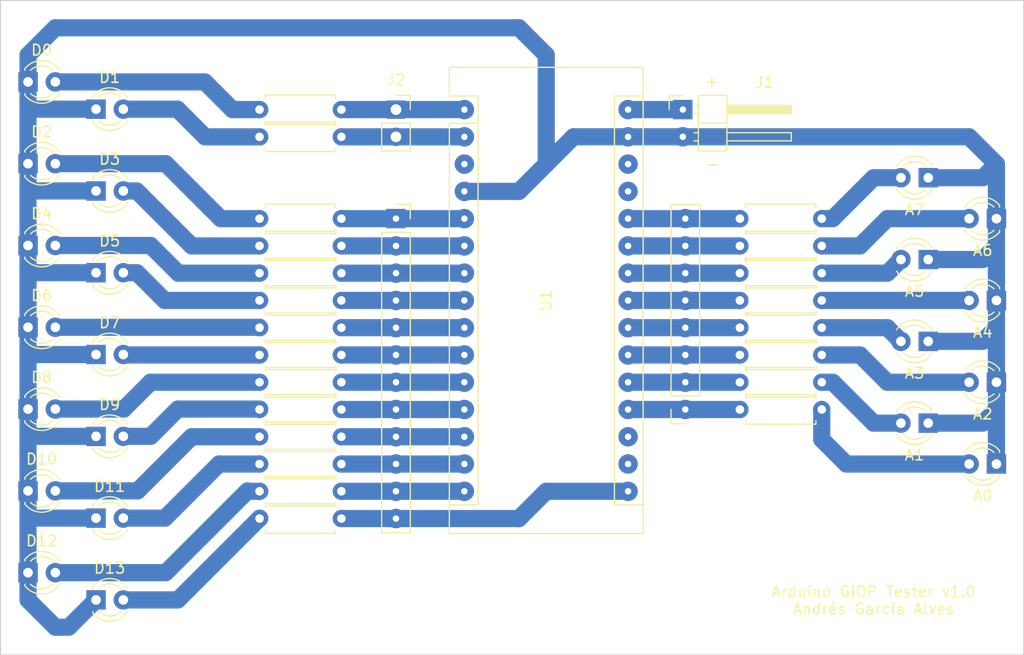
<source format=kicad_pcb>
(kicad_pcb (version 20211014) (generator pcbnew)
  (layers (0 "F.Cu" signal) (31 "B.Cu" signal) (34 "B.Paste" user) (35 "F.Paste" user) (36 "B.SilkS" user "B.Silkscreen") (37 "F.SilkS" user "F.Silkscreen") (38 "B.Mask" user) (39 "F.Mask" user) (44 "Edge.Cuts" user))
  (net 0 "")
  (net 1 "Net-(A0-Pad2)")
  (net 2 "Net-(A1-Pad2)")
  (net 3 "Net-(A2-Pad2)")
  (net 4 "GND")
  (net 5 "Net-(A3-Pad2)")
  (net 6 "Net-(A4-Pad2)")
  (net 7 "Net-(A5-Pad2)")
  (net 8 "Net-(A6-Pad2)")
  (net 9 "Net-(A7-Pad2)")
  (net 10 "Net-(D0-Pad2)")
  (net 11 "+5V")
  (net 12 "Net-(D1-Pad2)")
  (net 13 "Net-(D2-Pad2)")
  (net 14 "Net-(D3-Pad2)")
  (net 15 "Net-(D4-Pad2)")
  (net 16 "Net-(D5-Pad2)")
  (net 17 "Net-(D6-Pad2)")
  (net 18 "Net-(D7-Pad2)")
  (net 19 "Net-(D8-Pad2)")
  (net 20 "Net-(D9-Pad2)")
  (net 21 "Net-(D10-Pad2)")
  (net 22 "Net-(D11-Pad2)")
  (net 23 "Net-(D12-Pad2)")
  (net 24 "Net-(D13-Pad2)")
  (net 30 "Net-(J2-Pad1)")
  (net 31 "Net-(J3-Pad1)")
  (net 32 "Net-(J3-Pad2)")
  (net 33 "Net-(J3-Pad3)")
  (net 34 "Net-(J3-Pad4)")
  (net 35 "Net-(J3-Pad5)")
  (net 36 "Net-(J3-Pad6)")
  (net 37 "Net-(J3-Pad7)")
  (net 38 "Net-(J3-Pad8)")
  (net 39 "Net-(J3-Pad9)")
  (net 40 "Net-(J3-Pad10)")
  (net 41 "Net-(J3-Pad11)")
  (net 42 "Net-(J3-Pad12)")
  (net 43 "Net-(J4-Pad1)")
  (net 44 "Net-(J4-Pad2)")
  (net 45 "Net-(J4-Pad3)")
  (net 46 "Net-(J4-Pad4)")
  (net 47 "Net-(J4-Pad5)")
  (net 48 "Net-(J4-Pad6)")
  (net 49 "Net-(J4-Pad7)")
  (net 50 "Net-(J4-Pad8)")
  (net 51 "Net-(J2-Pad2)")
  (footprint "LED_THT:LED_D3.0mm" (layer "F.Cu") (at 58.44 119.34)
    (fp_text reference "D12" (at 1.27 -2.96) (layer "F.SilkS"))
    (fp_text value "LED" hide)
    (pad "1" thru_hole rect (at 0 0) (size 1.8 1.8) (drill 0.9) (layers *.Cu *.Mask) (net 4 "GND"))
    (pad "2" thru_hole circle (at 2.54 0) (size 1.8 1.8) (drill 0.9) (layers *.Cu *.Mask) (net 23 "Net-(D12-Pad2)"))
  )
  (footprint "Resistor_THT:R_Axial_DIN0207_L6.3mm_D2.5mm_P7.62mm_Horizontal" (layer "F.Cu") (at 87.61 101.6 180)
    (fp_text reference "R9" hide)
    (fp_text value "1K")
    (pad "1" thru_hole circle (at 0 0 180) (size 1.6 1.6) (drill 0.8) (layers *.Cu *.Mask) (net 37 "Net-(J3-Pad7)"))
    (pad "2" thru_hole oval (at 7.62 0 180) (size 1.6 1.6) (drill 0.8) (layers *.Cu *.Mask) (net 19 "Net-(D8-Pad2)"))
  )
  (footprint "Resistor_THT:R_Axial_DIN0207_L6.3mm_D2.5mm_P7.62mm_Horizontal" (layer "F.Cu") (at 124.7075 93.98)
    (fp_text reference "R19" hide)
    (fp_text value "1K")
    (pad "1" thru_hole circle (at 0 0) (size 1.6 1.6) (drill 0.8) (layers *.Cu *.Mask) (net 47 "Net-(J4-Pad5)"))
    (pad "2" thru_hole oval (at 7.62 0) (size 1.6 1.6) (drill 0.8) (layers *.Cu *.Mask) (net 6 "Net-(A4-Pad2)"))
  )
  (footprint "Resistor_THT:R_Axial_DIN0207_L6.3mm_D2.5mm_P7.62mm_Horizontal" (layer "F.Cu") (at 87.61 76.2 180)
    (fp_text reference "R1" hide)
    (fp_text value "1K")
    (pad "1" thru_hole circle (at 0 0 180) (size 1.6 1.6) (drill 0.8) (layers *.Cu *.Mask) (net 30 "Net-(J2-Pad1)"))
    (pad "2" thru_hole oval (at 7.62 0 180) (size 1.6 1.6) (drill 0.8) (layers *.Cu *.Mask) (net 10 "Net-(D0-Pad2)"))
  )
  (footprint "LED_THT:LED_D3.0mm" (layer "F.Cu") (at 58.44 96.48)
    (fp_text reference "D6" (at 1.27 -2.96) (layer "F.SilkS"))
    (fp_text value "LED" hide)
    (pad "1" thru_hole rect (at 0 0) (size 1.8 1.8) (drill 0.9) (layers *.Cu *.Mask) (net 4 "GND"))
    (pad "2" thru_hole circle (at 2.54 0) (size 1.8 1.8) (drill 0.9) (layers *.Cu *.Mask) (net 17 "Net-(D6-Pad2)"))
  )
  (footprint "Resistor_THT:R_Axial_DIN0207_L6.3mm_D2.5mm_P7.62mm_Horizontal" (layer "F.Cu") (at 87.61 99.06 180)
    (fp_text reference "R8" hide)
    (fp_text value "1K")
    (pad "1" thru_hole circle (at 0 0 180) (size 1.6 1.6) (drill 0.8) (layers *.Cu *.Mask) (net 36 "Net-(J3-Pad6)"))
    (pad "2" thru_hole oval (at 7.62 0 180) (size 1.6 1.6) (drill 0.8) (layers *.Cu *.Mask) (net 18 "Net-(D7-Pad2)"))
  )
  (footprint "Resistor_THT:R_Axial_DIN0207_L6.3mm_D2.5mm_P7.62mm_Horizontal" (layer "F.Cu") (at 87.61 86.36 180)
    (fp_text reference "R3" hide)
    (fp_text value "1K")
    (pad "1" thru_hole circle (at 0 0 180) (size 1.6 1.6) (drill 0.8) (layers *.Cu *.Mask) (net 31 "Net-(J3-Pad1)"))
    (pad "2" thru_hole oval (at 7.62 0 180) (size 1.6 1.6) (drill 0.8) (layers *.Cu *.Mask) (net 13 "Net-(D2-Pad2)"))
  )
  (footprint "LED_THT:LED_D3.0mm" (layer "F.Cu") (at 64.77 83.78)
    (fp_text reference "D3" (at 1.27 -2.96) (layer "F.SilkS"))
    (fp_text value "LED" hide)
    (pad "1" thru_hole rect (at 0 0) (size 1.8 1.8) (drill 0.9) (layers *.Cu *.Mask) (net 4 "GND"))
    (pad "2" thru_hole circle (at 2.54 0) (size 1.8 1.8) (drill 0.9) (layers *.Cu *.Mask) (net 14 "Net-(D3-Pad2)"))
  )
  (footprint "LED_THT:LED_D3.0mm" (layer "F.Cu") (at 64.77 99.02)
    (fp_text reference "D7" (at 1.27 -2.96) (layer "F.SilkS"))
    (fp_text value "LED" hide)
    (pad "1" thru_hole rect (at 0 0) (size 1.8 1.8) (drill 0.9) (layers *.Cu *.Mask) (net 4 "GND"))
    (pad "2" thru_hole circle (at 2.54 0) (size 1.8 1.8) (drill 0.9) (layers *.Cu *.Mask) (net 18 "Net-(D7-Pad2)"))
  )
  (footprint "Resistor_THT:R_Axial_DIN0207_L6.3mm_D2.5mm_P7.62mm_Horizontal" (layer "F.Cu") (at 87.61 78.74 180)
    (fp_text reference "R2" hide)
    (fp_text value "1K")
    (pad "1" thru_hole circle (at 0 0 180) (size 1.6 1.6) (drill 0.8) (layers *.Cu *.Mask) (net 51 "Net-(J2-Pad2)"))
    (pad "2" thru_hole oval (at 7.62 0 180) (size 1.6 1.6) (drill 0.8) (layers *.Cu *.Mask) (net 12 "Net-(D1-Pad2)"))
  )
  (footprint "Resistor_THT:R_Axial_DIN0207_L6.3mm_D2.5mm_P7.62mm_Horizontal" (layer "F.Cu") (at 87.61 111.76 180)
    (fp_text reference "R13" hide)
    (fp_text value "1K")
    (pad "1" thru_hole circle (at 0 0 180) (size 1.6 1.6) (drill 0.8) (layers *.Cu *.Mask) (net 41 "Net-(J3-Pad11)"))
    (pad "2" thru_hole oval (at 7.62 0 180) (size 1.6 1.6) (drill 0.8) (layers *.Cu *.Mask) (net 23 "Net-(D12-Pad2)"))
  )
  (footprint "LED_THT:LED_D3.0mm" (layer "F.Cu") (at 58.44 73.62)
    (fp_text reference "D0" (at 1.27 -2.96) (layer "F.SilkS"))
    (fp_text value "LED" hide)
    (pad "1" thru_hole rect (at 0 0) (size 1.8 1.8) (drill 0.9) (layers *.Cu *.Mask) (net 4 "GND"))
    (pad "2" thru_hole circle (at 2.54 0) (size 1.8 1.8) (drill 0.9) (layers *.Cu *.Mask) (net 10 "Net-(D0-Pad2)"))
  )
  (footprint "Resistor_THT:R_Axial_DIN0207_L6.3mm_D2.5mm_P7.62mm_Horizontal" (layer "F.Cu") (at 87.61 106.68 180)
    (fp_text reference "R11" hide)
    (fp_text value "1K")
    (pad "1" thru_hole circle (at 0 0 180) (size 1.6 1.6) (drill 0.8) (layers *.Cu *.Mask) (net 39 "Net-(J3-Pad9)"))
    (pad "2" thru_hole oval (at 7.62 0 180) (size 1.6 1.6) (drill 0.8) (layers *.Cu *.Mask) (net 21 "Net-(D10-Pad2)"))
  )
  (footprint "Connector_PinSocket_2.54mm:PinSocket_1x02_P2.54mm_Vertical" (layer "F.Cu") (at 92.69 76.2)
    (fp_text reference "J2" (at 0 -2.77) (layer "F.SilkS"))
    (fp_text value "Conn_01x02" hide)
    (pad "1" thru_hole rect (at 0 0) (size 1.7 1.7) (drill 1) (layers *.Cu *.Mask) (net 30 "Net-(J2-Pad1)"))
    (pad "2" thru_hole oval (at 0 2.54) (size 1.7 1.7) (drill 1) (layers *.Cu *.Mask) (net 51 "Net-(J2-Pad2)"))
  )
  (footprint "Resistor_THT:R_Axial_DIN0207_L6.3mm_D2.5mm_P7.62mm_Horizontal" (layer "F.Cu") (at 87.61 93.98 180)
    (fp_text reference "R6" hide)
    (fp_text value "1K")
    (pad "1" thru_hole circle (at 0 0 180) (size 1.6 1.6) (drill 0.8) (layers *.Cu *.Mask) (net 34 "Net-(J3-Pad4)"))
    (pad "2" thru_hole oval (at 7.62 0 180) (size 1.6 1.6) (drill 0.8) (layers *.Cu *.Mask) (net 16 "Net-(D5-Pad2)"))
  )
  (footprint "LED_THT:LED_D3.0mm" (layer "F.Cu") (at 64.77 106.64)
    (fp_text reference "D9" (at 1.27 -2.96) (layer "F.SilkS"))
    (fp_text value "LED" hide)
    (pad "1" thru_hole rect (at 0 0) (size 1.8 1.8) (drill 0.9) (layers *.Cu *.Mask) (net 4 "GND"))
    (pad "2" thru_hole circle (at 2.54 0) (size 1.8 1.8) (drill 0.9) (layers *.Cu *.Mask) (net 20 "Net-(D9-Pad2)"))
  )
  (footprint "Connector_PinSocket_2.54mm:PinSocket_1x12_P2.54mm_Vertical" (layer "F.Cu") (at 92.69 86.36)
    (fp_text reference "J3" hide)
    (fp_text value "Conn_01x12" hide)
    (pad "1" thru_hole rect (at 0 0) (size 1.8 1.8) (drill 0.6) (layers *.Cu *.Mask) (net 31 "Net-(J3-Pad1)"))
    (pad "2" thru_hole circle (at 0 2.54) (size 1.8 1.8) (drill 0.6) (layers *.Cu *.Mask) (net 32 "Net-(J3-Pad2)"))
    (pad "3" thru_hole circle (at 0 5.08) (size 1.8 1.8) (drill 0.6) (layers *.Cu *.Mask) (net 33 "Net-(J3-Pad3)"))
    (pad "4" thru_hole circle (at 0 7.62) (size 1.8 1.8) (drill 0.6) (layers *.Cu *.Mask) (net 34 "Net-(J3-Pad4)"))
    (pad "5" thru_hole circle (at 0 10.16) (size 1.8 1.8) (drill 0.6) (layers *.Cu *.Mask) (net 35 "Net-(J3-Pad5)"))
    (pad "6" thru_hole circle (at 0 12.7) (size 1.8 1.8) (drill 0.6) (layers *.Cu *.Mask) (net 36 "Net-(J3-Pad6)"))
    (pad "7" thru_hole circle (at 0 15.24) (size 1.8 1.8) (drill 0.6) (layers *.Cu *.Mask) (net 37 "Net-(J3-Pad7)"))
    (pad "8" thru_hole circle (at 0 17.78) (size 1.8 1.8) (drill 0.6) (layers *.Cu *.Mask) (net 38 "Net-(J3-Pad8)"))
    (pad "9" thru_hole circle (at 0 20.32) (size 1.8 1.8) (drill 0.6) (layers *.Cu *.Mask) (net 39 "Net-(J3-Pad9)"))
    (pad "10" thru_hole circle (at 0 22.86) (size 1.8 1.8) (drill 0.6) (layers *.Cu *.Mask) (net 40 "Net-(J3-Pad10)"))
    (pad "11" thru_hole circle (at 0 25.4) (size 1.8 1.8) (drill 0.6) (layers *.Cu *.Mask) (net 41 "Net-(J3-Pad11)"))
    (pad "12" thru_hole circle (at 0 27.94) (size 1.8 1.8) (drill 0.6) (layers *.Cu *.Mask) (net 42 "Net-(J3-Pad12)"))
  )
  (footprint "Module:Arduino_Nano" (layer "F.Cu") (at 99.06 76.2)
    (fp_text reference "U1" (at 7.62 17.78 90) (layer "F.SilkS"))
    (fp_text value "Arduino Nano v3" hide)
    (pad "1" thru_hole circle (at 0 0) (size 1.8 1.8) (drill 0.6) (layers *.Cu *.Mask) (net 30 "Net-(J2-Pad1)"))
    (pad "2" thru_hole circle (at 0 2.54) (size 1.8 1.8) (drill 0.6) (layers *.Cu *.Mask) (net 51 "Net-(J2-Pad2)"))
    (pad "3" thru_hole circle (at 0 5.08) (size 1.8 1.8) (drill 0.6) (layers *.Cu *.Mask))
    (pad "4" thru_hole circle (at 0 7.62) (size 1.8 1.8) (drill 0.6) (layers *.Cu *.Mask) (net 4 "GND"))
    (pad "5" thru_hole circle (at 0 10.16) (size 1.8 1.8) (drill 0.6) (layers *.Cu *.Mask) (net 31 "Net-(J3-Pad1)"))
    (pad "6" thru_hole circle (at 0 12.7) (size 1.8 1.8) (drill 0.6) (layers *.Cu *.Mask) (net 32 "Net-(J3-Pad2)"))
    (pad "7" thru_hole circle (at 0 15.24) (size 1.8 1.8) (drill 0.6) (layers *.Cu *.Mask) (net 33 "Net-(J3-Pad3)"))
    (pad "8" thru_hole circle (at 0 17.78) (size 1.8 1.8) (drill 0.6) (layers *.Cu *.Mask) (net 34 "Net-(J3-Pad4)"))
    (pad "9" thru_hole circle (at 0 20.32) (size 1.8 1.8) (drill 0.6) (layers *.Cu *.Mask) (net 35 "Net-(J3-Pad5)"))
    (pad "10" thru_hole circle (at 0 22.86) (size 1.8 1.8) (drill 0.6) (layers *.Cu *.Mask) (net 36 "Net-(J3-Pad6)"))
    (pad "11" thru_hole circle (at 0 25.4) (size 1.8 1.8) (drill 0.6) (layers *.Cu *.Mask) (net 37 "Net-(J3-Pad7)"))
    (pad "12" thru_hole circle (at 0 27.94) (size 1.8 1.8) (drill 0.6) (layers *.Cu *.Mask) (net 38 "Net-(J3-Pad8)"))
    (pad "13" thru_hole circle (at 0 30.48) (size 1.8 1.8) (drill 0.6) (layers *.Cu *.Mask) (net 39 "Net-(J3-Pad9)"))
    (pad "14" thru_hole circle (at 0 33.02) (size 1.8 1.8) (drill 0.6) (layers *.Cu *.Mask) (net 40 "Net-(J3-Pad10)"))
    (pad "15" thru_hole circle (at 0 35.56) (size 1.8 1.8) (drill 0.6) (layers *.Cu *.Mask) (net 41 "Net-(J3-Pad11)"))
    (pad "16" thru_hole circle (at 15.24 35.56) (size 1.8 1.8) (drill 0.6) (layers *.Cu *.Mask) (net 42 "Net-(J3-Pad12)"))
    (pad "17" thru_hole circle (at 15.24 33.02) (size 1.8 1.8) (drill 0.6) (layers *.Cu *.Mask))
    (pad "18" thru_hole circle (at 15.24 30.48) (size 1.8 1.8) (drill 0.6) (layers *.Cu *.Mask))
    (pad "19" thru_hole circle (at 15.24 27.94) (size 1.8 1.8) (drill 0.6) (layers *.Cu *.Mask) (net 43 "Net-(J4-Pad1)"))
    (pad "20" thru_hole circle (at 15.24 25.4) (size 1.8 1.8) (drill 0.6) (layers *.Cu *.Mask) (net 44 "Net-(J4-Pad2)"))
    (pad "21" thru_hole circle (at 15.24 22.86) (size 1.8 1.8) (drill 0.6) (layers *.Cu *.Mask) (net 45 "Net-(J4-Pad3)"))
    (pad "22" thru_hole circle (at 15.24 20.32) (size 1.8 1.8) (drill 0.6) (layers *.Cu *.Mask) (net 46 "Net-(J4-Pad4)"))
    (pad "23" thru_hole circle (at 15.24 17.78) (size 1.8 1.8) (drill 0.6) (layers *.Cu *.Mask) (net 47 "Net-(J4-Pad5)"))
    (pad "24" thru_hole circle (at 15.24 15.24) (size 1.8 1.8) (drill 0.6) (layers *.Cu *.Mask) (net 48 "Net-(J4-Pad6)"))
    (pad "25" thru_hole circle (at 15.24 12.7) (size 1.8 1.8) (drill 0.6) (layers *.Cu *.Mask) (net 49 "Net-(J4-Pad7)"))
    (pad "26" thru_hole circle (at 15.24 10.16) (size 1.8 1.8) (drill 0.6) (layers *.Cu *.Mask) (net 50 "Net-(J4-Pad8)"))
    (pad "27" thru_hole circle (at 15.24 7.62) (size 1.8 1.8) (drill 0.6) (layers *.Cu *.Mask))
    (pad "28" thru_hole circle (at 15.24 5.08) (size 1.8 1.8) (drill 0.6) (layers *.Cu *.Mask))
    (pad "29" thru_hole circle (at 15.24 2.54) (size 1.8 1.8) (drill 0.6) (layers *.Cu *.Mask) (net 4 "GND"))
    (pad "30" thru_hole circle (at 15.24 0) (size 1.8 1.8) (drill 0.6) (layers *.Cu *.Mask) (net 11 "+5V"))
  )
  (footprint "LED_THT:LED_D3.0mm" (layer "F.Cu") (at 142.24 105.41 180)
    (fp_text reference "A1" (at 1.27 -2.96 180) (layer "F.SilkS"))
    (fp_text value "LED" hide)
    (pad "1" thru_hole rect (at 0 0 180) (size 1.8 1.8) (drill 0.9) (layers *.Cu *.Mask) (net 4 "GND"))
    (pad "2" thru_hole circle (at 2.54 0 180) (size 1.8 1.8) (drill 0.9) (layers *.Cu *.Mask) (net 2 "Net-(A1-Pad2)"))
  )
  (footprint "LED_THT:LED_D3.0mm" (layer "F.Cu") (at 142.24 82.55 180)
    (fp_text reference "A7" (at 1.27 -2.96 180) (layer "F.SilkS"))
    (fp_text value "LED" hide)
    (pad "1" thru_hole rect (at 0 0 180) (size 1.8 1.8) (drill 0.9) (layers *.Cu *.Mask) (net 4 "GND"))
    (pad "2" thru_hole circle (at 2.54 0 180) (size 1.8 1.8) (drill 0.9) (layers *.Cu *.Mask) (net 9 "Net-(A7-Pad2)"))
  )
  (footprint "Resistor_THT:R_Axial_DIN0207_L6.3mm_D2.5mm_P7.62mm_Horizontal" (layer "F.Cu") (at 124.7075 96.52)
    (fp_text reference "R18" hide)
    (fp_text value "1K")
    (pad "1" thru_hole circle (at 0 0) (size 1.6 1.6) (drill 0.8) (layers *.Cu *.Mask) (net 46 "Net-(J4-Pad4)"))
    (pad "2" thru_hole oval (at 7.62 0) (size 1.6 1.6) (drill 0.8) (layers *.Cu *.Mask) (net 5 "Net-(A3-Pad2)"))
  )
  (footprint "Resistor_THT:R_Axial_DIN0207_L6.3mm_D2.5mm_P7.62mm_Horizontal" (layer "F.Cu") (at 124.7075 91.44)
    (fp_text reference "R20" hide)
    (fp_text value "1K")
    (pad "1" thru_hole circle (at 0 0) (size 1.6 1.6) (drill 0.8) (layers *.Cu *.Mask) (net 48 "Net-(J4-Pad6)"))
    (pad "2" thru_hole oval (at 7.62 0) (size 1.6 1.6) (drill 0.8) (layers *.Cu *.Mask) (net 7 "Net-(A5-Pad2)"))
  )
  (footprint "Resistor_THT:R_Axial_DIN0207_L6.3mm_D2.5mm_P7.62mm_Horizontal" (layer "F.Cu") (at 87.61 91.44 180)
    (fp_text reference "R5" hide)
    (fp_text value "1K")
    (pad "1" thru_hole circle (at 0 0 180) (size 1.6 1.6) (drill 0.8) (layers *.Cu *.Mask) (net 33 "Net-(J3-Pad3)"))
    (pad "2" thru_hole oval (at 7.62 0 180) (size 1.6 1.6) (drill 0.8) (layers *.Cu *.Mask) (net 15 "Net-(D4-Pad2)"))
  )
  (footprint "Resistor_THT:R_Axial_DIN0207_L6.3mm_D2.5mm_P7.62mm_Horizontal" (layer "F.Cu") (at 87.61 88.9 180)
    (fp_text reference "R4" hide)
    (fp_text value "1K")
    (pad "1" thru_hole circle (at 0 0 180) (size 1.6 1.6) (drill 0.8) (layers *.Cu *.Mask) (net 32 "Net-(J3-Pad2)"))
    (pad "2" thru_hole oval (at 7.62 0 180) (size 1.6 1.6) (drill 0.8) (layers *.Cu *.Mask) (net 14 "Net-(D3-Pad2)"))
  )
  (footprint "Resistor_THT:R_Axial_DIN0207_L6.3mm_D2.5mm_P7.62mm_Horizontal" (layer "F.Cu") (at 124.7075 101.6)
    (fp_text reference "R16" hide)
    (fp_text value "1K")
    (pad "1" thru_hole circle (at 0 0) (size 1.6 1.6) (drill 0.8) (layers *.Cu *.Mask) (net 44 "Net-(J4-Pad2)"))
    (pad "2" thru_hole oval (at 7.62 0) (size 1.6 1.6) (drill 0.8) (layers *.Cu *.Mask) (net 2 "Net-(A1-Pad2)"))
  )
  (footprint "LED_THT:LED_D3.0mm" (layer "F.Cu") (at 148.59 109.22 180)
    (fp_text reference "A0" (at 1.27 -2.96 180) (layer "F.SilkS"))
    (fp_text value "LED" hide)
    (pad "1" thru_hole rect (at 0 0 180) (size 1.8 1.8) (drill 0.9) (layers *.Cu *.Mask) (net 4 "GND"))
    (pad "2" thru_hole circle (at 2.54 0 180) (size 1.8 1.8) (drill 0.9) (layers *.Cu *.Mask) (net 1 "Net-(A0-Pad2)"))
  )
  (footprint "Resistor_THT:R_Axial_DIN0207_L6.3mm_D2.5mm_P7.62mm_Horizontal" (layer "F.Cu") (at 124.7075 88.9)
    (fp_text reference "R21" hide)
    (fp_text value "1K")
    (pad "1" thru_hole circle (at 0 0) (size 1.6 1.6) (drill 0.8) (layers *.Cu *.Mask) (net 49 "Net-(J4-Pad7)"))
    (pad "2" thru_hole oval (at 7.62 0) (size 1.6 1.6) (drill 0.8) (layers *.Cu *.Mask) (net 8 "Net-(A6-Pad2)"))
  )
  (footprint "Connector_PinSocket_2.54mm:PinSocket_1x08_P2.54mm_Vertical" (layer "F.Cu") (at 119.6275 104.14 180)
    (fp_text reference "J4" hide)
    (fp_text value "Conn_01x08" hide)
    (pad "1" thru_hole circle (at 0 0 180) (size 1.8 1.8) (drill 0.6) (layers *.Cu *.Mask) (net 43 "Net-(J4-Pad1)"))
    (pad "2" thru_hole circle (at 0 2.54 180) (size 1.8 1.8) (drill 0.6) (layers *.Cu *.Mask) (net 44 "Net-(J4-Pad2)"))
    (pad "3" thru_hole circle (at 0 5.08 180) (size 1.8 1.8) (drill 0.6) (layers *.Cu *.Mask) (net 45 "Net-(J4-Pad3)"))
    (pad "4" thru_hole circle (at 0 7.62 180) (size 1.8 1.8) (drill 0.6) (layers *.Cu *.Mask) (net 46 "Net-(J4-Pad4)"))
    (pad "5" thru_hole circle (at 0 10.16 180) (size 1.8 1.8) (drill 0.6) (layers *.Cu *.Mask) (net 47 "Net-(J4-Pad5)"))
    (pad "6" thru_hole circle (at 0 12.7 180) (size 1.8 1.8) (drill 0.6) (layers *.Cu *.Mask) (net 48 "Net-(J4-Pad6)"))
    (pad "7" thru_hole circle (at 0 15.24 180) (size 1.8 1.8) (drill 0.6) (layers *.Cu *.Mask) (net 49 "Net-(J4-Pad7)"))
    (pad "8" thru_hole circle (at 0 17.78 180) (size 1.8 1.8) (drill 0.6) (layers *.Cu *.Mask) (net 50 "Net-(J4-Pad8)"))
  )
  (footprint "LED_THT:LED_D3.0mm" (layer "F.Cu") (at 64.77 91.4)
    (fp_text reference "D5" (at 1.27 -2.96) (layer "F.SilkS"))
    (fp_text value "LED" hide)
    (pad "1" thru_hole rect (at 0 0) (size 1.8 1.8) (drill 0.9) (layers *.Cu *.Mask) (net 4 "GND"))
    (pad "2" thru_hole circle (at 2.54 0) (size 1.8 1.8) (drill 0.9) (layers *.Cu *.Mask) (net 16 "Net-(D5-Pad2)"))
  )
  (footprint "Connector_PinHeader_2.54mm:PinHeader_1x02_P2.54mm_Horizontal" (layer "F.Cu") (at 119.3975 76.195)
    (fp_text reference "J1" (at 7.6025 -2.535 180) (layer "F.SilkS"))
    (fp_text value "POWER" hide)
    (pad "1" thru_hole rect (at 0 0) (size 1.8 1.8) (drill 0.6) (layers *.Cu *.Mask) (net 11 "+5V"))
    (pad "2" thru_hole circle (at 0 2.54) (size 1.8 1.8) (drill 0.6) (layers *.Cu *.Mask) (net 4 "GND"))
  )
  (footprint "LED_THT:LED_D3.0mm" (layer "F.Cu") (at 64.77 121.88)
    (fp_text reference "D13" (at 1.27 -2.96) (layer "F.SilkS"))
    (fp_text value "LED" hide)
    (pad "1" thru_hole rect (at 0 0) (size 1.8 1.8) (drill 0.9) (layers *.Cu *.Mask) (net 4 "GND"))
    (pad "2" thru_hole circle (at 2.54 0) (size 1.8 1.8) (drill 0.9) (layers *.Cu *.Mask) (net 24 "Net-(D13-Pad2)"))
  )
  (footprint "Resistor_THT:R_Axial_DIN0207_L6.3mm_D2.5mm_P7.62mm_Horizontal" (layer "F.Cu") (at 124.7075 86.36)
    (fp_text reference "R22" hide)
    (fp_text value "1K")
    (pad "1" thru_hole circle (at 0 0) (size 1.6 1.6) (drill 0.8) (layers *.Cu *.Mask) (net 50 "Net-(J4-Pad8)"))
    (pad "2" thru_hole oval (at 7.62 0) (size 1.6 1.6) (drill 0.8) (layers *.Cu *.Mask) (net 9 "Net-(A7-Pad2)"))
  )
  (footprint "Resistor_THT:R_Axial_DIN0207_L6.3mm_D2.5mm_P7.62mm_Horizontal" (layer "F.Cu") (at 87.61 96.52 180)
    (fp_text reference "R7" hide)
    (fp_text value "1K")
    (pad "1" thru_hole circle (at 0 0 180) (size 1.6 1.6) (drill 0.8) (layers *.Cu *.Mask) (net 35 "Net-(J3-Pad5)"))
    (pad "2" thru_hole oval (at 7.62 0 180) (size 1.6 1.6) (drill 0.8) (layers *.Cu *.Mask) (net 17 "Net-(D6-Pad2)"))
  )
  (footprint "LED_THT:LED_D3.0mm" (layer "F.Cu") (at 58.44 104.1)
    (fp_text reference "D8" (at 1.27 -2.96) (layer "F.SilkS"))
    (fp_text value "LED" hide)
    (pad "1" thru_hole rect (at 0 0) (size 1.8 1.8) (drill 0.9) (layers *.Cu *.Mask) (net 4 "GND"))
    (pad "2" thru_hole circle (at 2.54 0) (size 1.8 1.8) (drill 0.9) (layers *.Cu *.Mask) (net 19 "Net-(D8-Pad2)"))
  )
  (footprint "LED_THT:LED_D3.0mm" (layer "F.Cu") (at 148.59 86.36 180)
    (fp_text reference "A6" (at 1.27 -2.96 180) (layer "F.SilkS"))
    (fp_text value "LED" hide)
    (pad "1" thru_hole rect (at 0 0 180) (size 1.8 1.8) (drill 0.9) (layers *.Cu *.Mask) (net 4 "GND"))
    (pad "2" thru_hole circle (at 2.54 0 180) (size 1.8 1.8) (drill 0.9) (layers *.Cu *.Mask) (net 8 "Net-(A6-Pad2)"))
  )
  (footprint "LED_THT:LED_D3.0mm" (layer "F.Cu") (at 58.44 81.24)
    (fp_text reference "D2" (at 1.27 -2.96) (layer "F.SilkS"))
    (fp_text value "LED" hide)
    (pad "1" thru_hole rect (at 0 0) (size 1.8 1.8) (drill 0.9) (layers *.Cu *.Mask) (net 4 "GND"))
    (pad "2" thru_hole circle (at 2.54 0) (size 1.8 1.8) (drill 0.9) (layers *.Cu *.Mask) (net 13 "Net-(D2-Pad2)"))
  )
  (footprint "LED_THT:LED_D3.0mm" (layer "F.Cu") (at 58.44 88.86)
    (fp_text reference "D4" (at 1.27 -2.96) (layer "F.SilkS"))
    (fp_text value "LED" hide)
    (pad "1" thru_hole rect (at 0 0) (size 1.8 1.8) (drill 0.9) (layers *.Cu *.Mask) (net 4 "GND"))
    (pad "2" thru_hole circle (at 2.54 0) (size 1.8 1.8) (drill 0.9) (layers *.Cu *.Mask) (net 15 "Net-(D4-Pad2)"))
  )
  (footprint "Resistor_THT:R_Axial_DIN0207_L6.3mm_D2.5mm_P7.62mm_Horizontal" (layer "F.Cu") (at 87.61 109.22 180)
    (fp_text reference "R12" hide)
    (fp_text value "1K")
    (pad "1" thru_hole circle (at 0 0 180) (size 1.6 1.6) (drill 0.8) (layers *.Cu *.Mask) (net 40 "Net-(J3-Pad10)"))
    (pad "2" thru_hole oval (at 7.62 0 180) (size 1.6 1.6) (drill 0.8) (layers *.Cu *.Mask) (net 22 "Net-(D11-Pad2)"))
  )
  (footprint "Resistor_THT:R_Axial_DIN0207_L6.3mm_D2.5mm_P7.62mm_Horizontal" (layer "F.Cu") (at 87.61 104.14 180)
    (fp_text reference "R10" hide)
    (fp_text value "1K")
    (pad "1" thru_hole circle (at 0 0 180) (size 1.6 1.6) (drill 0.8) (layers *.Cu *.Mask) (net 38 "Net-(J3-Pad8)"))
    (pad "2" thru_hole oval (at 7.62 0 180) (size 1.6 1.6) (drill 0.8) (layers *.Cu *.Mask) (net 20 "Net-(D9-Pad2)"))
  )
  (footprint "Resistor_THT:R_Axial_DIN0207_L6.3mm_D2.5mm_P7.62mm_Horizontal" (layer "F.Cu") (at 87.61 114.3 180)
    (fp_text reference "R14" hide)
    (fp_text value "1K")
    (pad "1" thru_hole circle (at 0 0 180) (size 1.6 1.6) (drill 0.8) (layers *.Cu *.Mask) (net 42 "Net-(J3-Pad12)"))
    (pad "2" thru_hole oval (at 7.62 0 180) (size 1.6 1.6) (drill 0.8) (layers *.Cu *.Mask) (net 24 "Net-(D13-Pad2)"))
  )
  (footprint "LED_THT:LED_D3.0mm" (layer "F.Cu") (at 58.44 111.72)
    (fp_text reference "D10" (at 1.27 -2.96) (layer "F.SilkS"))
    (fp_text value "LED" hide)
    (pad "1" thru_hole rect (at 0 0) (size 1.8 1.8) (drill 0.9) (layers *.Cu *.Mask) (net 4 "GND"))
    (pad "2" thru_hole circle (at 2.54 0) (size 1.8 1.8) (drill 0.9) (layers *.Cu *.Mask) (net 21 "Net-(D10-Pad2)"))
  )
  (footprint "LED_THT:LED_D3.0mm" (layer "F.Cu") (at 148.59 93.98 180)
    (fp_text reference "A4" (at 1.27 -2.96 180) (layer "F.SilkS"))
    (fp_text value "LED" hide)
    (pad "1" thru_hole rect (at 0 0 180) (size 1.8 1.8) (drill 0.9) (layers *.Cu *.Mask) (net 4 "GND"))
    (pad "2" thru_hole circle (at 2.54 0 180) (size 1.8 1.8) (drill 0.9) (layers *.Cu *.Mask) (net 6 "Net-(A4-Pad2)"))
  )
  (footprint "LED_THT:LED_D3.0mm" (layer "F.Cu") (at 64.77 76.16)
    (fp_text reference "D1" (at 1.27 -2.96) (layer "F.SilkS"))
    (fp_text value "LED" hide)
    (pad "1" thru_hole rect (at 0 0) (size 1.8 1.8) (drill 0.9) (layers *.Cu *.Mask) (net 4 "GND"))
    (pad "2" thru_hole circle (at 2.54 0) (size 1.8 1.8) (drill 0.9) (layers *.Cu *.Mask) (net 12 "Net-(D1-Pad2)"))
  )
  (footprint "Resistor_THT:R_Axial_DIN0207_L6.3mm_D2.5mm_P7.62mm_Horizontal" (layer "F.Cu") (at 124.7075 104.14)
    (fp_text reference "R15" hide)
    (fp_text value "1K")
    (pad "1" thru_hole circle (at 0 0) (size 1.6 1.6) (drill 0.8) (layers *.Cu *.Mask) (net 43 "Net-(J4-Pad1)"))
    (pad "2" thru_hole oval (at 7.62 0) (size 1.6 1.6) (drill 0.8) (layers *.Cu *.Mask) (net 1 "Net-(A0-Pad2)"))
  )
  (footprint "LED_THT:LED_D3.0mm" (layer "F.Cu") (at 142.24 97.79 180)
    (fp_text reference "A3" (at 1.27 -2.96 180) (layer "F.SilkS"))
    (fp_text value "LED" hide)
    (pad "1" thru_hole rect (at 0 0 180) (size 1.8 1.8) (drill 0.9) (layers *.Cu *.Mask) (net 4 "GND"))
    (pad "2" thru_hole circle (at 2.54 0 180) (size 1.8 1.8) (drill 0.9) (layers *.Cu *.Mask) (net 5 "Net-(A3-Pad2)"))
  )
  (footprint "LED_THT:LED_D3.0mm" (layer "F.Cu") (at 148.59 101.6 180)
    (fp_text reference "A2" (at 1.27 -2.96 180) (layer "F.SilkS"))
    (fp_text value "LED" hide)
    (pad "1" thru_hole rect (at 0 0 180) (size 1.8 1.8) (drill 0.9) (layers *.Cu *.Mask) (net 4 "GND"))
    (pad "2" thru_hole circle (at 2.54 0 180) (size 1.8 1.8) (drill 0.9) (layers *.Cu *.Mask) (net 3 "Net-(A2-Pad2)"))
  )
  (footprint "LED_THT:LED_D3.0mm" (layer "F.Cu") (at 64.77 114.26)
    (fp_text reference "D11" (at 1.27 -2.96) (layer "F.SilkS"))
    (fp_text value "LED" hide)
    (pad "1" thru_hole rect (at 0 0) (size 1.8 1.8) (drill 0.9) (layers *.Cu *.Mask) (net 4 "GND"))
    (pad "2" thru_hole circle (at 2.54 0) (size 1.8 1.8) (drill 0.9) (layers *.Cu *.Mask) (net 22 "Net-(D11-Pad2)"))
  )
  (footprint "Resistor_THT:R_Axial_DIN0207_L6.3mm_D2.5mm_P7.62mm_Horizontal" (layer "F.Cu") (at 124.7075 99.06)
    (fp_text reference "R17" hide)
    (fp_text value "1K")
    (pad "1" thru_hole circle (at 0 0) (size 1.6 1.6) (drill 0.8) (layers *.Cu *.Mask) (net 45 "Net-(J4-Pad3)"))
    (pad "2" thru_hole oval (at 7.62 0) (size 1.6 1.6) (drill 0.8) (layers *.Cu *.Mask) (net 3 "Net-(A2-Pad2)"))
  )
  (footprint "LED_THT:LED_D3.0mm" (layer "F.Cu") (at 142.24 90.17 180)
    (fp_text reference "A5" (at 1.27 -2.96 180) (layer "F.SilkS"))
    (fp_text value "LED" hide)
    (pad "1" thru_hole rect (at 0 0 180) (size 1.8 1.8) (drill 0.9) (layers *.Cu *.Mask) (net 4 "GND"))
    (pad "2" thru_hole circle (at 2.54 0 180) (size 1.8 1.8) (drill 0.9) (layers *.Cu *.Mask) (net 7 "Net-(A5-Pad2)"))
  )
  (gr_line (start 55.88 66.04) (end 151.13 66.04) (layer "Edge.Cuts") (width 0.1))
  (gr_line (start 55.88 127) (end 55.88 66.04) (layer "Edge.Cuts") (width 0.1))
  (gr_line (start 151.13 127) (end 55.88 127) (layer "Edge.Cuts") (width 0.1))
  (gr_line (start 151.13 66.04) (end 151.13 127) (layer "Edge.Cuts") (width 0.1))
  (gr_text "-" (at 122.1675 81.28) (layer "F.SilkS") (effects (font (size 1 1))))
  (gr_text "Arduino GIOP Tester v1.0\nAndrés Garcia Alves" (at 137.16 121.92) (layer "F.SilkS") (effects (font (size 1 1))))
  (gr_text "+" (at 122.1675 73.66 270) (layer "F.SilkS") (effects (font (size 1 1))))
  (segment (start 132.3275 104.14) (end 132.3275 106.9275) (width 1.6) (layer "B.Cu") (net 1))
  (segment (start 134.62 109.22) (end 146.05 109.22) (width 1.6) (layer "B.Cu") (net 1))
  (segment (start 132.3275 106.9275) (end 134.62 109.22) (width 1.6) (layer "B.Cu") (net 1))
  (segment (start 132.3275 101.6) (end 133.35 101.6) (width 1.6) (layer "B.Cu") (net 2))
  (segment (start 133.35 101.6) (end 137.16 105.41) (width 1.6) (layer "B.Cu") (net 2))
  (segment (start 137.16 105.41) (end 139.7 105.41) (width 1.6) (layer "B.Cu") (net 2))
  (segment (start 132.3275 99.06) (end 135.89 99.06) (width 1.6) (layer "B.Cu") (net 3))
  (segment (start 135.89 99.06) (end 138.43 101.6) (width 1.6) (layer "B.Cu") (net 3))
  (segment (start 138.43 101.6) (end 146.05 101.6) (width 1.6) (layer "B.Cu") (net 3))
  (segment (start 148.59 106.68) (end 148.59 109.22) (width 1.6) (layer "B.Cu") (net 4))
  (segment (start 58.44 99.02) (end 58.44 91.4) (width 1.6) (layer "B.Cu") (net 4))
  (segment (start 60.98 124.42) (end 58.44 121.88) (width 1.6) (layer "B.Cu") (net 4))
  (segment (start 147.32 97.79) (end 142.24 97.79) (width 1.6) (layer "B.Cu") (net 4))
  (segment (start 60.98 124.42) (end 62.23 124.42) (width 1.6) (layer "B.Cu") (net 4))
  (segment (start 148.59 104.14) (end 148.59 106.68) (width 1.6) (layer "B.Cu") (net 4))
  (segment (start 148.59 91.44) (end 148.59 88.9) (width 1.6) (layer "B.Cu") (net 4))
  (segment (start 119.3925 78.74) (end 119.3975 78.735) (width 1.6) (layer "B.Cu") (net 4))
  (segment (start 147.32 82.55) (end 142.24 82.55) (width 1.6) (layer "B.Cu") (net 4))
  (segment (start 148.59 99.06) (end 148.59 104.14) (width 1.6) (layer "B.Cu") (net 4))
  (segment (start 58.44 99.02) (end 64.77 99.02) (width 1.6) (layer "B.Cu") (net 4))
  (segment (start 62.23 124.42) (end 64.77 121.88) (width 1.6) (layer "B.Cu") (net 4))
  (segment (start 58.44 91.4) (end 64.77 91.4) (width 1.6) (layer "B.Cu") (net 4))
  (segment (start 58.44 91.4) (end 58.44 83.78) (width 1.6) (layer "B.Cu") (net 4))
  (segment (start 58.44 73.62) (end 58.44 71.12) (width 1.6) (layer "B.Cu") (net 4))
  (segment (start 58.44 119.34) (end 58.44 114.26) (width 1.6) (layer "B.Cu") (net 4))
  (segment (start 58.44 83.78) (end 64.77 83.78) (width 1.6) (layer "B.Cu") (net 4))
  (segment (start 58.44 106.64) (end 58.44 99.02) (width 1.6) (layer "B.Cu") (net 4))
  (segment (start 58.44 71.12) (end 60.98 68.58) (width 1.6) (layer "B.Cu") (net 4))
  (segment (start 60.98 68.58) (end 104.14 68.58) (width 1.6) (layer "B.Cu") (net 4))
  (segment (start 109.225 78.735) (end 106.68 81.28) (width 1.6) (layer "B.Cu") (net 4))
  (segment (start 58.44 83.78) (end 58.44 76.16) (width 1.6) (layer "B.Cu") (net 4))
  (segment (start 148.59 81.28) (end 147.32 82.55) (width 1.6) (layer "B.Cu") (net 4))
  (segment (start 148.59 96.52) (end 148.59 99.06) (width 1.6) (layer "B.Cu") (net 4))
  (segment (start 148.59 88.9) (end 147.32 90.17) (width 1.6) (layer "B.Cu") (net 4))
  (segment (start 148.59 104.14) (end 147.32 105.41) (width 1.6) (layer "B.Cu") (net 4))
  (segment (start 109.225 78.735) (end 146.045 78.735) (width 1.6) (layer "B.Cu") (net 4))
  (segment (start 104.14 83.82) (end 106.68 81.28) (width 1.6) (layer "B.Cu") (net 4))
  (segment (start 148.59 83.82) (end 148.59 81.28) (width 1.6) (layer "B.Cu") (net 4))
  (segment (start 104.14 68.58) (end 106.68 71.12) (width 1.6) (layer "B.Cu") (net 4))
  (segment (start 147.32 105.41) (end 142.24 105.41) (width 1.6) (layer "B.Cu") (net 4))
  (segment (start 58.44 114.26) (end 64.77 114.26) (width 1.6) (layer "B.Cu") (net 4))
  (segment (start 58.44 114.26) (end 58.44 106.64) (width 1.6) (layer "B.Cu") (net 4))
  (segment (start 148.59 96.52) (end 147.32 97.79) (width 1.6) (layer "B.Cu") (net 4))
  (segment (start 147.32 90.17) (end 142.24 90.17) (width 1.6) (layer "B.Cu") (net 4))
  (segment (start 148.59 81.28) (end 146.045 78.735) (width 1.6) (layer "B.Cu") (net 4))
  (segment (start 58.44 121.88) (end 58.44 119.34) (width 1.6) (layer "B.Cu") (net 4))
  (segment (start 148.59 91.44) (end 148.59 96.52) (width 1.6) (layer "B.Cu") (net 4))
  (segment (start 99.06 83.82) (end 104.14 83.82) (width 1.6) (layer "B.Cu") (net 4))
  (segment (start 58.44 106.64) (end 64.77 106.64) (width 1.6) (layer "B.Cu") (net 4))
  (segment (start 148.59 88.9) (end 148.59 83.82) (width 1.6) (layer "B.Cu") (net 4))
  (segment (start 106.68 71.12) (end 106.68 81.28) (width 1.6) (layer "B.Cu") (net 4))
  (segment (start 58.44 76.16) (end 64.77 76.16) (width 1.6) (layer "B.Cu") (net 4))
  (segment (start 58.44 76.16) (end 58.44 73.62) (width 1.6) (layer "B.Cu") (net 4))
  (segment (start 132.3275 96.52) (end 138.43 96.52) (width 1.6) (layer "B.Cu") (net 5))
  (segment (start 138.43 96.52) (end 139.7 97.79) (width 1.6) (layer "B.Cu") (net 5))
  (segment (start 132.3275 93.98) (end 146.05 93.98) (width 1.6) (layer "B.Cu") (net 6))
  (segment (start 138.43 91.44) (end 139.7 90.17) (width 1.6) (layer "B.Cu") (net 7))
  (segment (start 132.3275 91.44) (end 138.43 91.44) (width 1.6) (layer "B.Cu") (net 7))
  (segment (start 132.3275 88.9) (end 135.89 88.9) (width 1.6) (layer "B.Cu") (net 8))
  (segment (start 135.89 88.9) (end 138.43 86.36) (width 1.6) (layer "B.Cu") (net 8))
  (segment (start 138.43 86.36) (end 146.05 86.36) (width 1.6) (layer "B.Cu") (net 8))
  (segment (start 137.16 82.55) (end 139.7 82.55) (width 1.6) (layer "B.Cu") (net 9))
  (segment (start 133.35 86.36) (end 137.16 82.55) (width 1.6) (layer "B.Cu") (net 9))
  (segment (start 132.3275 86.36) (end 133.35 86.36) (width 1.6) (layer "B.Cu") (net 9))
  (segment (start 60.98 73.62) (end 74.89 73.62) (width 1.6) (layer "B.Cu") (net 10))
  (segment (start 74.89 73.62) (end 77.47 76.2) (width 1.6) (layer "B.Cu") (net 10))
  (segment (start 77.47 76.2) (end 80.01 76.2) (width 1.6) (layer "B.Cu") (net 10))
  (segment (start 114.3 76.2) (end 119.3925 76.2) (width 1.6) (layer "B.Cu") (net 11))
  (segment (start 119.3925 76.2) (end 119.3975 76.195) (width 1.6) (layer "B.Cu") (net 11))
  (segment (start 67.31 76.16) (end 72.35 76.16) (width 1.6) (layer "B.Cu") (net 12))
  (segment (start 74.93 78.74) (end 80.01 78.74) (width 1.6) (layer "B.Cu") (net 12))
  (segment (start 72.35 76.16) (end 74.93 78.74) (width 1.6) (layer "B.Cu") (net 12))
  (segment (start 76.37863 86.36) (end 71.25863 81.24) (width 1.6) (layer "B.Cu") (net 13))
  (segment (start 60.98 81.24) (end 71.25863 81.24) (width 1.6) (layer "B.Cu") (net 13))
  (segment (start 80.01 86.36) (end 76.37863 86.36) (width 1.6) (layer "B.Cu") (net 13))
  (segment (start 68.56 83.78) (end 73.68 88.9) (width 1.6) (layer "B.Cu") (net 14))
  (segment (start 73.68 88.9) (end 80.01 88.9) (width 1.6) (layer "B.Cu") (net 14))
  (segment (start 67.31 83.78) (end 68.56 83.78) (width 1.6) (layer "B.Cu") (net 14))
  (segment (start 80.01 91.44) (end 72.43 91.44) (width 1.6) (layer "B.Cu") (net 15))
  (segment (start 72.43 91.44) (end 69.85 88.86) (width 1.6) (layer "B.Cu") (net 15))
  (segment (start 60.98 88.86) (end 69.85 88.86) (width 1.6) (layer "B.Cu") (net 15))
  (segment (start 68.58 91.4) (end 67.31 91.4) (width 1.6) (layer "B.Cu") (net 16))
  (segment (start 71.16 93.98) (end 68.58 91.4) (width 1.6) (layer "B.Cu") (net 16))
  (segment (start 80.01 93.98) (end 71.16 93.98) (width 1.6) (layer "B.Cu") (net 16))
  (segment (start 79.97 96.48) (end 80.01 96.52) (width 1.6) (layer "B.Cu") (net 17))
  (segment (start 60.98 96.48) (end 79.97 96.48) (width 1.6) (layer "B.Cu") (net 17))
  (segment (start 67.35 99.06) (end 67.31 99.02) (width 1.6) (layer "B.Cu") (net 18))
  (segment (start 80.01 99.06) (end 67.35 99.06) (width 1.6) (layer "B.Cu") (net 18))
  (segment (start 60.98 104.1) (end 67.35 104.1) (width 1.6) (layer "B.Cu") (net 19))
  (segment (start 67.35 104.1) (end 69.85 101.6) (width 1.6) (layer "B.Cu") (net 19))
  (segment (start 69.85 101.6) (end 80.01 101.6) (width 1.6) (layer "B.Cu") (net 19))
  (segment (start 80.01 104.1) (end 72.39 104.1) (width 1.6) (layer "B.Cu") (net 20))
  (segment (start 67.31 106.64) (end 69.85 106.64) (width 1.6) (layer "B.Cu") (net 20))
  (segment (start 72.39 104.1) (end 69.85 106.64) (width 1.6) (layer "B.Cu") (net 20))
  (segment (start 68.64 111.72) (end 73.68 106.68) (width 1.6) (layer "B.Cu") (net 21))
  (segment (start 73.68 106.68) (end 80.01 106.68) (width 1.6) (layer "B.Cu") (net 21))
  (segment (start 60.98 111.72) (end 68.64 111.72) (width 1.6) (layer "B.Cu") (net 21))
  (segment (start 71.18 114.26) (end 76.22 109.22) (width 1.6) (layer "B.Cu") (net 22))
  (segment (start 76.22 109.22) (end 80.01 109.22) (width 1.6) (layer "B.Cu") (net 22))
  (segment (start 71.18 114.26) (end 67.31 114.26) (width 1.6) (layer "B.Cu") (net 22))
  (segment (start 60.98 119.34) (end 71.25863 119.34) (width 1.6) (layer "B.Cu") (net 23))
  (segment (start 80.01 111.76) (end 78.91863 111.76) (width 1.6) (layer "B.Cu") (net 23))
  (segment (start 78.87863 111.72) (end 71.25863 119.34) (width 1.6) (layer "B.Cu") (net 23))
  (segment (start 72.39 121.88) (end 67.31 121.88) (width 1.6) (layer "B.Cu") (net 24))
  (segment (start 80.01 114.26) (end 72.39 121.88) (width 1.6) (layer "B.Cu") (net 24))
  (segment (start 99.06 76.2) (end 87.61 76.2) (width 1.6) (layer "B.Cu") (net 30))
  (segment (start 99.06 86.36) (end 87.61 86.36) (width 1.6) (layer "B.Cu") (net 31))
  (segment (start 99.06 88.9) (end 87.61 88.9) (width 1.6) (layer "B.Cu") (net 32))
  (segment (start 99.06 91.44) (end 87.61 91.44) (width 1.6) (layer "B.Cu") (net 33))
  (segment (start 99.06 93.98) (end 87.61 93.98) (width 1.6) (layer "B.Cu") (net 34))
  (segment (start 99.06 96.52) (end 87.61 96.52) (width 1.6) (layer "B.Cu") (net 35))
  (segment (start 99.06 99.06) (end 87.61 99.06) (width 1.6) (layer "B.Cu") (net 36))
  (segment (start 99.06 101.6) (end 87.61 101.6) (width 1.6) (layer "B.Cu") (net 37))
  (segment (start 99.06 104.14) (end 87.61 104.14) (width 1.6) (layer "B.Cu") (net 38))
  (segment (start 99.06 106.68) (end 87.61 106.68) (width 1.6) (layer "B.Cu") (net 39))
  (segment (start 99.06 109.22) (end 87.61 109.22) (width 1.6) (layer "B.Cu") (net 40))
  (segment (start 99.06 111.76) (end 87.61 111.76) (width 1.6) (layer "B.Cu") (net 41))
  (segment (start 106.68 111.76) (end 114.3 111.76) (width 1.6) (layer "B.Cu") (net 42))
  (segment (start 104.13 114.31) (end 106.68 111.76) (width 1.6) (layer "B.Cu") (net 42))
  (segment (start 104.12 114.3) (end 104.13 114.31) (width 1.6) (layer "B.Cu") (net 42))
  (segment (start 104.12 114.3) (end 87.61 114.3) (width 1.6) (layer "B.Cu") (net 42))
  (segment (start 114.3 104.14) (end 124.7075 104.14) (width 1.6) (layer "B.Cu") (net 43))
  (segment (start 114.3 101.6) (end 124.7075 101.6) (width 1.6) (layer "B.Cu") (net 44))
  (segment (start 114.3 99.06) (end 124.7075 99.06) (width 1.6) (layer "B.Cu") (net 45))
  (segment (start 114.3 96.52) (end 124.7075 96.52) (width 1.6) (layer "B.Cu") (net 46))
  (segment (start 114.3 93.98) (end 124.7075 93.98) (width 1.6) (layer "B.Cu") (net 47))
  (segment (start 114.3 91.44) (end 124.7075 91.44) (width 1.6) (layer "B.Cu") (net 48))
  (segment (start 114.3 88.9) (end 124.7075 88.9) (width 1.6) (layer "B.Cu") (net 49))
  (segment (start 114.3 86.36) (end 124.7075 86.36) (width 1.6) (layer "B.Cu") (net 50))
  (segment (start 99.06 78.74) (end 87.61 78.74) (width 1.6) (layer "B.Cu") (net 51))
)
</source>
